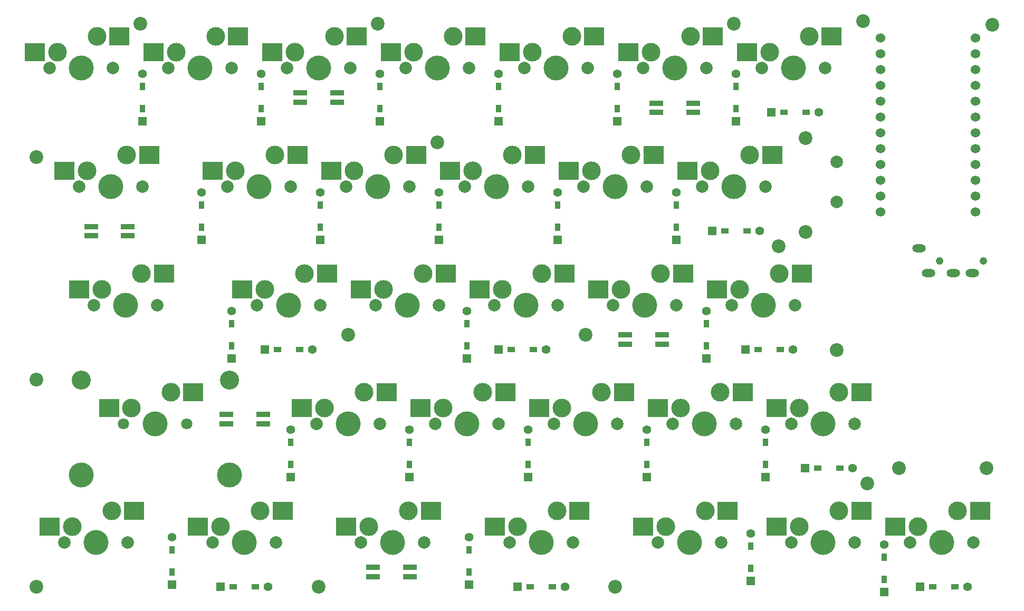
<source format=gbs>
G04 #@! TF.GenerationSoftware,KiCad,Pcbnew,7.0.7*
G04 #@! TF.CreationDate,2023-09-30T17:43:00+09:00*
G04 #@! TF.ProjectId,ind-assemble_L,696e642d-6173-4736-956d-626c655f4c2e,rev?*
G04 #@! TF.SameCoordinates,Original*
G04 #@! TF.FileFunction,Soldermask,Bot*
G04 #@! TF.FilePolarity,Negative*
%FSLAX46Y46*%
G04 Gerber Fmt 4.6, Leading zero omitted, Abs format (unit mm)*
G04 Created by KiCad (PCBNEW 7.0.7) date 2023-09-30 17:43:00*
%MOMM*%
%LPD*%
G01*
G04 APERTURE LIST*
%ADD10C,2.200000*%
%ADD11C,2.000000*%
%ADD12C,3.000000*%
%ADD13C,4.000000*%
%ADD14R,3.300000X3.000000*%
%ADD15R,2.200000X0.820000*%
%ADD16R,1.397000X1.397000*%
%ADD17R,1.300000X0.950000*%
%ADD18C,1.397000*%
%ADD19R,0.950000X1.300000*%
%ADD20C,3.050000*%
%ADD21C,1.800000*%
%ADD22C,1.524000*%
%ADD23C,1.210000*%
%ADD24O,2.200000X1.300000*%
G04 APERTURE END LIST*
D10*
X154625000Y-78625000D03*
D11*
X75882500Y-52387500D03*
D12*
X77152500Y-49847500D03*
D13*
X80962500Y-52387500D03*
D12*
X83502500Y-47307500D03*
D11*
X86042500Y-52387500D03*
D14*
X73512500Y-49807500D03*
X87112500Y-47267500D03*
D15*
X74387500Y-37350000D03*
X68487500Y-37350000D03*
X68487500Y-38850000D03*
X74387500Y-38850000D03*
D11*
X66357500Y-33337500D03*
D12*
X67627500Y-30797500D03*
D13*
X71437500Y-33337500D03*
D12*
X73977500Y-28257500D03*
D11*
X76517500Y-33337500D03*
D14*
X63987500Y-30757500D03*
X77587500Y-28217500D03*
D11*
X56832500Y-52387500D03*
D12*
X58102500Y-49847500D03*
D13*
X61912500Y-52387500D03*
D12*
X64452500Y-47307500D03*
D11*
X66992500Y-52387500D03*
D14*
X54462500Y-49807500D03*
X68062500Y-47267500D03*
D16*
X103346250Y-116681250D03*
D17*
X105381250Y-116681250D03*
X108931250Y-116681250D03*
D18*
X110966250Y-116681250D03*
D16*
X128905000Y-60960000D03*
D19*
X128905000Y-58925000D03*
X128905000Y-55375000D03*
D18*
X128905000Y-53340000D03*
D16*
X62865000Y-78581250D03*
D17*
X64900000Y-78581250D03*
X68450000Y-78581250D03*
D18*
X70485000Y-78581250D03*
D11*
X125888750Y-109537500D03*
D12*
X127158750Y-106997500D03*
D13*
X130968750Y-109537500D03*
D12*
X133508750Y-104457500D03*
D11*
X136048750Y-109537500D03*
D14*
X123518750Y-106957500D03*
X137118750Y-104417500D03*
D11*
X80645000Y-71437500D03*
D12*
X81915000Y-68897500D03*
D13*
X85725000Y-71437500D03*
D12*
X88265000Y-66357500D03*
D11*
X90805000Y-71437500D03*
D14*
X78275000Y-68857500D03*
X91875000Y-66317500D03*
D11*
X137795000Y-71437500D03*
D12*
X139065000Y-68897500D03*
D13*
X142875000Y-71437500D03*
D12*
X145415000Y-66357500D03*
D11*
X147955000Y-71437500D03*
D14*
X135425000Y-68857500D03*
X149025000Y-66317500D03*
D16*
X95567500Y-116335000D03*
D19*
X95567500Y-114300000D03*
X95567500Y-110750000D03*
D18*
X95567500Y-108715000D03*
D10*
X42862500Y-26193750D03*
D11*
X28257500Y-33337500D03*
D12*
X29527500Y-30797500D03*
D13*
X33337500Y-33337500D03*
D12*
X35877500Y-28257500D03*
D11*
X38417500Y-33337500D03*
D14*
X25887500Y-30757500D03*
X39487500Y-28217500D03*
D10*
X149625000Y-59625000D03*
D11*
X78263750Y-109537500D03*
D12*
X79533750Y-106997500D03*
D13*
X83343750Y-109537500D03*
D12*
X85883750Y-104457500D03*
D11*
X88423750Y-109537500D03*
D14*
X75893750Y-106957500D03*
X89493750Y-104417500D03*
D11*
X133032500Y-52387500D03*
D12*
X134302500Y-49847500D03*
D13*
X138112500Y-52387500D03*
D12*
X140652500Y-47307500D03*
D11*
X143192500Y-52387500D03*
D14*
X130662500Y-49807500D03*
X144262500Y-47267500D03*
D16*
X167957500Y-116681250D03*
D17*
X169992500Y-116681250D03*
X173542500Y-116681250D03*
D18*
X175577500Y-116681250D03*
D16*
X139988750Y-78581250D03*
D17*
X142023750Y-78581250D03*
X145573750Y-78581250D03*
D18*
X147608750Y-78581250D03*
D16*
X86042500Y-99060000D03*
D19*
X86042500Y-97025000D03*
X86042500Y-93475000D03*
D18*
X86042500Y-91440000D03*
D16*
X149542500Y-97631250D03*
D17*
X151577500Y-97631250D03*
X155127500Y-97631250D03*
D18*
X157162500Y-97631250D03*
D11*
X118745000Y-71437500D03*
D12*
X120015000Y-68897500D03*
D13*
X123825000Y-71437500D03*
D12*
X126365000Y-66357500D03*
D11*
X128905000Y-71437500D03*
D14*
X116375000Y-68857500D03*
X129975000Y-66317500D03*
D11*
X71120000Y-90487500D03*
D12*
X72390000Y-87947500D03*
D13*
X76200000Y-90487500D03*
D12*
X78740000Y-85407500D03*
D11*
X81280000Y-90487500D03*
D14*
X68750000Y-87907500D03*
X82350000Y-85367500D03*
D11*
X85407500Y-33337500D03*
D12*
X86677500Y-30797500D03*
D13*
X90487500Y-33337500D03*
D12*
X93027500Y-28257500D03*
D11*
X95567500Y-33337500D03*
D14*
X83037500Y-30757500D03*
X96637500Y-28217500D03*
D16*
X43180000Y-41910000D03*
D19*
X43180000Y-39875000D03*
X43180000Y-36325000D03*
D18*
X43180000Y-34290000D03*
D10*
X119062500Y-116681250D03*
X158825000Y-25825000D03*
X90487500Y-45243750D03*
D16*
X57467500Y-80010000D03*
D19*
X57467500Y-77975000D03*
X57467500Y-74425000D03*
D18*
X57467500Y-72390000D03*
D10*
X114300000Y-76200000D03*
D11*
X47307500Y-33337500D03*
D12*
X48577500Y-30797500D03*
D13*
X52387500Y-33337500D03*
D12*
X54927500Y-28257500D03*
D11*
X57467500Y-33337500D03*
D14*
X44937500Y-30757500D03*
X58537500Y-28217500D03*
D11*
X113982500Y-52387500D03*
D12*
X115252500Y-49847500D03*
D13*
X119062500Y-52387500D03*
D12*
X121602500Y-47307500D03*
D11*
X124142500Y-52387500D03*
D14*
X111612500Y-49807500D03*
X125212500Y-47267500D03*
D15*
X126556250Y-76200000D03*
X120656250Y-76200000D03*
X120656250Y-77700000D03*
X126556250Y-77700000D03*
D11*
X109220000Y-90487500D03*
D12*
X110490000Y-87947500D03*
D13*
X114300000Y-90487500D03*
D12*
X116840000Y-85407500D03*
D11*
X119380000Y-90487500D03*
D14*
X106850000Y-87907500D03*
X120450000Y-85367500D03*
D16*
X55721250Y-116681250D03*
D17*
X57756250Y-116681250D03*
X61306250Y-116681250D03*
D18*
X63341250Y-116681250D03*
D11*
X61595000Y-71437500D03*
D12*
X62865000Y-68897500D03*
D13*
X66675000Y-71437500D03*
D12*
X69215000Y-66357500D03*
D11*
X71755000Y-71437500D03*
D14*
X59225000Y-68857500D03*
X72825000Y-66317500D03*
D11*
X147320000Y-109537500D03*
D12*
X148590000Y-106997500D03*
D13*
X152400000Y-109537500D03*
D12*
X154940000Y-104457500D03*
D11*
X157480000Y-109537500D03*
D14*
X144950000Y-106957500D03*
X158550000Y-104417500D03*
D10*
X164625000Y-97625000D03*
D16*
X144145000Y-40481250D03*
D17*
X146180000Y-40481250D03*
X149730000Y-40481250D03*
D18*
X151765000Y-40481250D03*
D15*
X62580000Y-88987500D03*
X56680000Y-88987500D03*
X56680000Y-90487500D03*
X62580000Y-90487500D03*
D16*
X162242500Y-117503750D03*
D19*
X162242500Y-115468750D03*
X162242500Y-111918750D03*
D18*
X162242500Y-109883750D03*
D11*
X123507500Y-33337500D03*
D12*
X124777500Y-30797500D03*
D13*
X128587500Y-33337500D03*
D12*
X131127500Y-28257500D03*
D11*
X133667500Y-33337500D03*
D14*
X121137500Y-30757500D03*
X134737500Y-28217500D03*
D16*
X133667500Y-80010000D03*
D19*
X133667500Y-77975000D03*
X133667500Y-74425000D03*
D18*
X133667500Y-72390000D03*
D10*
X179625000Y-26425000D03*
D11*
X166370000Y-109537500D03*
D12*
X167640000Y-106997500D03*
D13*
X171450000Y-109537500D03*
D12*
X173990000Y-104457500D03*
D11*
X176530000Y-109537500D03*
D14*
X164000000Y-106957500D03*
X177600000Y-104417500D03*
D11*
X30638750Y-109537500D03*
D12*
X31908750Y-106997500D03*
D13*
X35718750Y-109537500D03*
D12*
X38258750Y-104457500D03*
D11*
X40798750Y-109537500D03*
D14*
X28268750Y-106957500D03*
X41868750Y-104417500D03*
D16*
X100330000Y-41910000D03*
D19*
X100330000Y-39875000D03*
X100330000Y-36325000D03*
D18*
X100330000Y-34290000D03*
D16*
X95250000Y-80010000D03*
D19*
X95250000Y-77975000D03*
X95250000Y-74425000D03*
D18*
X95250000Y-72390000D03*
D11*
X104457500Y-33337500D03*
D12*
X105727500Y-30797500D03*
D13*
X109537500Y-33337500D03*
D12*
X112077500Y-28257500D03*
D11*
X114617500Y-33337500D03*
D14*
X102087500Y-30757500D03*
X115687500Y-28217500D03*
D11*
X94932500Y-52387500D03*
D12*
X96202500Y-49847500D03*
D13*
X100012500Y-52387500D03*
D12*
X102552500Y-47307500D03*
D11*
X105092500Y-52387500D03*
D14*
X92562500Y-49807500D03*
X106162500Y-47267500D03*
D16*
X52705000Y-60960000D03*
D19*
X52705000Y-58925000D03*
X52705000Y-55375000D03*
D18*
X52705000Y-53340000D03*
D11*
X33020000Y-52387500D03*
D12*
X34290000Y-49847500D03*
D13*
X38100000Y-52387500D03*
D12*
X40640000Y-47307500D03*
D11*
X43180000Y-52387500D03*
D14*
X30650000Y-49807500D03*
X44250000Y-47267500D03*
D15*
X131537500Y-38981250D03*
X125637500Y-38981250D03*
X125637500Y-40481250D03*
X131537500Y-40481250D03*
D16*
X134620000Y-59531250D03*
D17*
X136655000Y-59531250D03*
X140205000Y-59531250D03*
D18*
X142240000Y-59531250D03*
D10*
X26193750Y-116681250D03*
D16*
X47942500Y-116335000D03*
D19*
X47942500Y-114300000D03*
X47942500Y-110750000D03*
D18*
X47942500Y-108715000D03*
D16*
X71755000Y-60960000D03*
D19*
X71755000Y-58925000D03*
X71755000Y-55375000D03*
D18*
X71755000Y-53340000D03*
D10*
X71437500Y-116681250D03*
D16*
X138430000Y-41910000D03*
D19*
X138430000Y-39875000D03*
X138430000Y-36325000D03*
D18*
X138430000Y-34290000D03*
D16*
X124142500Y-99060000D03*
D19*
X124142500Y-97025000D03*
X124142500Y-93475000D03*
D18*
X124142500Y-91440000D03*
D10*
X26193750Y-83343750D03*
X149625000Y-44625000D03*
D11*
X154625000Y-48375000D03*
X154625000Y-54875000D03*
D10*
X159543750Y-100012500D03*
X26193750Y-47625000D03*
D16*
X81280000Y-41910000D03*
D19*
X81280000Y-39875000D03*
X81280000Y-36325000D03*
D18*
X81280000Y-34290000D03*
D11*
X35401250Y-71437500D03*
D12*
X36671250Y-68897500D03*
D13*
X40481250Y-71437500D03*
D12*
X43021250Y-66357500D03*
D11*
X45561250Y-71437500D03*
D14*
X33031250Y-68857500D03*
X46631250Y-66317500D03*
D16*
X143192500Y-99060000D03*
D19*
X143192500Y-97025000D03*
X143192500Y-93475000D03*
D18*
X143192500Y-91440000D03*
D16*
X140811250Y-115728750D03*
D19*
X140811250Y-113693750D03*
X140811250Y-110143750D03*
D18*
X140811250Y-108108750D03*
D16*
X62230000Y-41910000D03*
D19*
X62230000Y-39875000D03*
X62230000Y-36325000D03*
D18*
X62230000Y-34290000D03*
D20*
X33343750Y-83487500D03*
D13*
X33343750Y-98727500D03*
D21*
X40163750Y-90487500D03*
D12*
X41433750Y-87947500D03*
D13*
X45243750Y-90487500D03*
D12*
X47783750Y-85407500D03*
D21*
X50323750Y-90487500D03*
D20*
X57143750Y-83487500D03*
D13*
X57143750Y-98727500D03*
D14*
X37843750Y-87947500D03*
X51343750Y-85407500D03*
D15*
X40831250Y-58781250D03*
X34931250Y-58781250D03*
X34931250Y-60281250D03*
X40831250Y-60281250D03*
D16*
X100358750Y-78581250D03*
D17*
X102393750Y-78581250D03*
X105943750Y-78581250D03*
D18*
X107978750Y-78581250D03*
D11*
X147320000Y-90487500D03*
D12*
X148590000Y-87947500D03*
D13*
X152400000Y-90487500D03*
D12*
X154940000Y-85407500D03*
D11*
X157480000Y-90487500D03*
D14*
X144950000Y-87907500D03*
X158550000Y-85367500D03*
D11*
X142557500Y-33337500D03*
D12*
X143827500Y-30797500D03*
D13*
X147637500Y-33337500D03*
D12*
X150177500Y-28257500D03*
D11*
X152717500Y-33337500D03*
D14*
X140187500Y-30757500D03*
X153787500Y-28217500D03*
D10*
X138112500Y-26193750D03*
X80962500Y-26193750D03*
X145256250Y-61912500D03*
D16*
X90805000Y-60960000D03*
D19*
X90805000Y-58925000D03*
X90805000Y-55375000D03*
D18*
X90805000Y-53340000D03*
D15*
X86075000Y-113550000D03*
X80175000Y-113550000D03*
X80175000Y-115050000D03*
X86075000Y-115050000D03*
D16*
X105092500Y-99060000D03*
D19*
X105092500Y-97025000D03*
X105092500Y-93475000D03*
D18*
X105092500Y-91440000D03*
D11*
X54451250Y-109537500D03*
D12*
X55721250Y-106997500D03*
D13*
X59531250Y-109537500D03*
D12*
X62071250Y-104457500D03*
D11*
X64611250Y-109537500D03*
D14*
X52081250Y-106957500D03*
X65681250Y-104417500D03*
D11*
X90170000Y-90487500D03*
D12*
X91440000Y-87947500D03*
D13*
X95250000Y-90487500D03*
D12*
X97790000Y-85407500D03*
D11*
X100330000Y-90487500D03*
D14*
X87800000Y-87907500D03*
X101400000Y-85367500D03*
D11*
X99695000Y-71437500D03*
D12*
X100965000Y-68897500D03*
D13*
X104775000Y-71437500D03*
D12*
X107315000Y-66357500D03*
D11*
X109855000Y-71437500D03*
D14*
X97325000Y-68857500D03*
X110925000Y-66317500D03*
D16*
X66992500Y-99060000D03*
D19*
X66992500Y-97025000D03*
X66992500Y-93475000D03*
D18*
X66992500Y-91440000D03*
D22*
X161625000Y-28545000D03*
X161625000Y-31085000D03*
X161625000Y-33625000D03*
X161625000Y-36165000D03*
X161625000Y-38705000D03*
X161625000Y-41245000D03*
X161625000Y-43785000D03*
X161625000Y-46325000D03*
X161625000Y-48865000D03*
X161625000Y-51405000D03*
X161625000Y-53945000D03*
X161625000Y-56485000D03*
X176865000Y-56485000D03*
X176865000Y-53945000D03*
X176865000Y-51405000D03*
X176865000Y-48865000D03*
X176865000Y-46325000D03*
X176865000Y-43785000D03*
X176865000Y-41245000D03*
X176865000Y-38705000D03*
X176865000Y-36165000D03*
X176865000Y-33625000D03*
X176865000Y-31085000D03*
X176865000Y-28545000D03*
D11*
X128270000Y-90487500D03*
D12*
X129540000Y-87947500D03*
D13*
X133350000Y-90487500D03*
D12*
X135890000Y-85407500D03*
D11*
X138430000Y-90487500D03*
D14*
X125900000Y-87907500D03*
X139500000Y-85367500D03*
D10*
X178625000Y-97625000D03*
D11*
X102076250Y-109537500D03*
D12*
X103346250Y-106997500D03*
D13*
X107156250Y-109537500D03*
D12*
X109696250Y-104457500D03*
D11*
X112236250Y-109537500D03*
D14*
X99706250Y-106957500D03*
X113306250Y-104417500D03*
D10*
X76200000Y-76200000D03*
D16*
X119380000Y-41910000D03*
D19*
X119380000Y-39875000D03*
X119380000Y-36325000D03*
D18*
X119380000Y-34290000D03*
D16*
X109855000Y-60960000D03*
D19*
X109855000Y-58925000D03*
X109855000Y-55375000D03*
D18*
X109855000Y-53340000D03*
D23*
X171125000Y-64293750D03*
X178125000Y-64293750D03*
D24*
X167825000Y-62293750D03*
X176325000Y-66293750D03*
X173325000Y-66293750D03*
X169325000Y-66293750D03*
M02*

</source>
